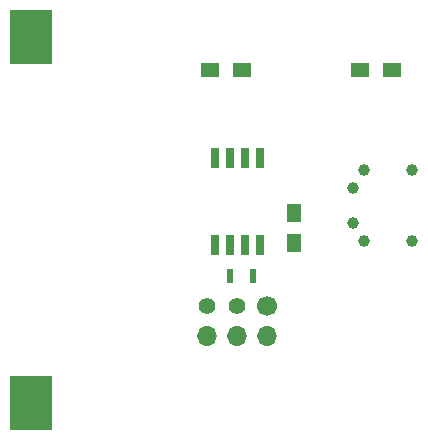
<source format=gts>
G04 #@! TF.FileFunction,Soldermask,Top*
%FSLAX46Y46*%
G04 Gerber Fmt 4.6, Leading zero omitted, Abs format (unit mm)*
G04 Created by KiCad (PCBNEW 4.0.6) date 03/25/19 16:38:30*
%MOMM*%
%LPD*%
G01*
G04 APERTURE LIST*
%ADD10C,0.100000*%
%ADD11R,0.600000X1.300000*%
%ADD12R,3.560000X4.600000*%
%ADD13C,1.000000*%
%ADD14R,1.500000X1.300000*%
%ADD15C,1.700000*%
%ADD16O,1.700000X1.700000*%
%ADD17C,1.400000*%
%ADD18R,0.650000X1.700000*%
%ADD19R,1.250000X1.500000*%
G04 APERTURE END LIST*
D10*
D11*
X168289000Y-84008000D03*
X166289000Y-84008000D03*
D12*
X149479000Y-94748000D03*
X149479000Y-63748000D03*
D13*
X177689000Y-74978000D03*
X176689000Y-79478000D03*
X177689000Y-80978000D03*
X181689000Y-80978000D03*
X181689000Y-74978000D03*
X176689000Y-76478000D03*
D14*
X180039000Y-66548000D03*
X177339000Y-66548000D03*
D15*
X169481500Y-86550500D03*
D16*
X169481500Y-89090500D03*
D17*
X166941500Y-86550500D03*
D16*
X166941500Y-89090500D03*
D17*
X164401500Y-86550500D03*
D16*
X164401500Y-89090500D03*
D18*
X168846500Y-74010500D03*
X167576500Y-74010500D03*
X166306500Y-74010500D03*
X165036500Y-74010500D03*
X165036500Y-81310500D03*
X166306500Y-81310500D03*
X167576500Y-81310500D03*
X168846500Y-81310500D03*
D14*
X167339000Y-66548000D03*
X164639000Y-66548000D03*
D19*
X171704000Y-78633000D03*
X171704000Y-81133000D03*
M02*

</source>
